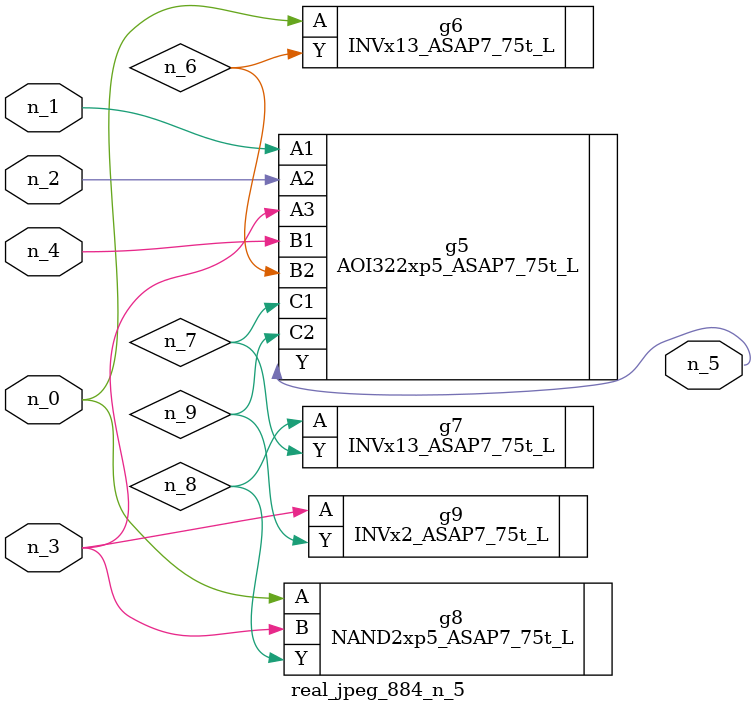
<source format=v>
module real_jpeg_884_n_5 (n_4, n_0, n_1, n_2, n_3, n_5);

input n_4;
input n_0;
input n_1;
input n_2;
input n_3;

output n_5;

wire n_8;
wire n_6;
wire n_7;
wire n_9;

INVx13_ASAP7_75t_L g6 ( 
.A(n_0),
.Y(n_6)
);

NAND2xp5_ASAP7_75t_L g8 ( 
.A(n_0),
.B(n_3),
.Y(n_8)
);

AOI322xp5_ASAP7_75t_L g5 ( 
.A1(n_1),
.A2(n_2),
.A3(n_3),
.B1(n_4),
.B2(n_6),
.C1(n_7),
.C2(n_9),
.Y(n_5)
);

INVx2_ASAP7_75t_L g9 ( 
.A(n_3),
.Y(n_9)
);

INVx13_ASAP7_75t_L g7 ( 
.A(n_8),
.Y(n_7)
);


endmodule
</source>
